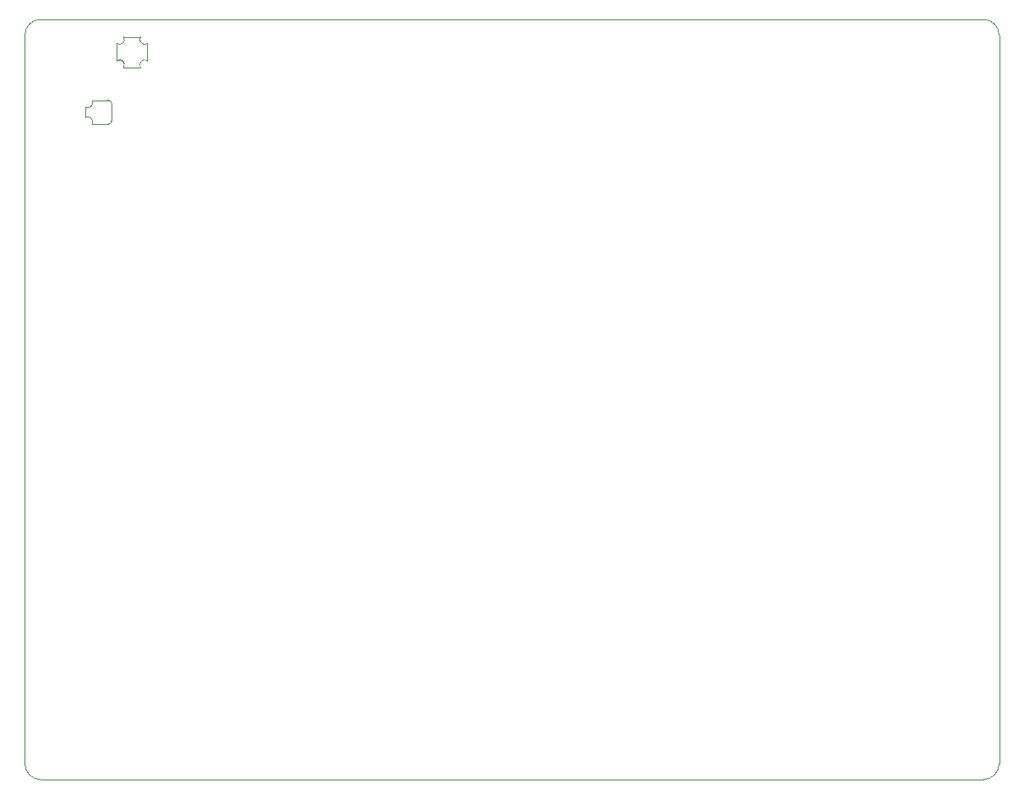
<source format=gbr>
%TF.GenerationSoftware,KiCad,Pcbnew,(7.0.0)*%
%TF.CreationDate,2023-06-29T20:35:03+03:00*%
%TF.ProjectId,kapeebar-a,6b617065-6562-4617-922d-612e6b696361,rev?*%
%TF.SameCoordinates,Original*%
%TF.FileFunction,Profile,NP*%
%FSLAX46Y46*%
G04 Gerber Fmt 4.6, Leading zero omitted, Abs format (unit mm)*
G04 Created by KiCad (PCBNEW (7.0.0)) date 2023-06-29 20:35:03*
%MOMM*%
%LPD*%
G01*
G04 APERTURE LIST*
%TA.AperFunction,Profile*%
%ADD10C,0.100000*%
%TD*%
%TA.AperFunction,Profile*%
%ADD11C,0.120000*%
%TD*%
G04 APERTURE END LIST*
D10*
X229031200Y-125050000D02*
X134574950Y-125050000D01*
X229031250Y-125050050D02*
G75*
G03*
X230618750Y-123462500I-50J1587550D01*
G01*
X134574950Y-48849950D02*
G75*
G03*
X132987450Y-50437500I50J-1587550D01*
G01*
X230618700Y-50437500D02*
G75*
G03*
X229031250Y-48850000I-1587500J0D01*
G01*
X134574950Y-48850000D02*
X229031250Y-48850000D01*
X230618750Y-123462500D02*
X230618750Y-50437500D01*
X132987500Y-123462500D02*
G75*
G03*
X134574950Y-125050000I1587500J0D01*
G01*
X132987450Y-123462500D02*
X132987450Y-50437500D01*
D11*
%TO.C,U1*%
X139030220Y-58685380D02*
X139030220Y-57643980D01*
X139716020Y-56958180D02*
X141316220Y-56958180D01*
X141316220Y-59371180D02*
X139716020Y-59371180D01*
X141697220Y-57339180D02*
X141697220Y-58990180D01*
X142205220Y-52970380D02*
X142205220Y-51293980D01*
X142891020Y-50608180D02*
X144567420Y-50608180D01*
X142891020Y-53656180D02*
X144567420Y-53656180D01*
X145253220Y-52970380D02*
X145253220Y-51293980D01*
X139716020Y-59371180D02*
G75*
G03*
X139030220Y-58685380I-438047J247753D01*
G01*
X139030220Y-57643980D02*
G75*
G03*
X139716020Y-56958180I247753J438047D01*
G01*
X141697220Y-57339180D02*
G75*
G03*
X141316220Y-56958180I-380999J1D01*
G01*
X141316220Y-59371180D02*
G75*
G03*
X141697220Y-58990180I1J380999D01*
G01*
X142891020Y-53656180D02*
G75*
G03*
X142205220Y-52970380I-438047J247753D01*
G01*
X142205220Y-51293980D02*
G75*
G03*
X142891020Y-50608180I247753J438047D01*
G01*
X145253220Y-52970380D02*
G75*
G03*
X144567420Y-53656180I-247753J-438047D01*
G01*
X144567420Y-50608180D02*
G75*
G03*
X145253220Y-51293980I438050J-247750D01*
G01*
%TD*%
M02*

</source>
